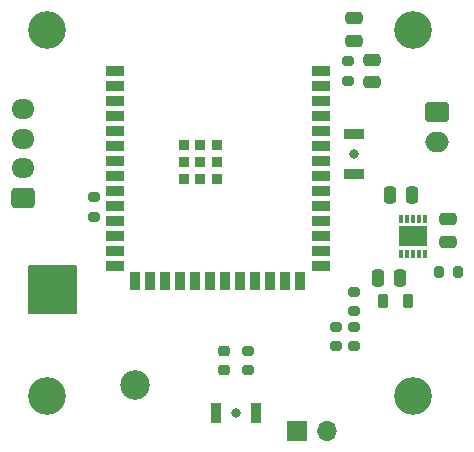
<source format=gbr>
%TF.GenerationSoftware,KiCad,Pcbnew,(6.0.5)*%
%TF.CreationDate,2022-06-02T01:51:08+02:00*%
%TF.ProjectId,Hardware,48617264-7761-4726-952e-6b696361645f,rev?*%
%TF.SameCoordinates,Original*%
%TF.FileFunction,Soldermask,Top*%
%TF.FilePolarity,Negative*%
%FSLAX46Y46*%
G04 Gerber Fmt 4.6, Leading zero omitted, Abs format (unit mm)*
G04 Created by KiCad (PCBNEW (6.0.5)) date 2022-06-02 01:51:08*
%MOMM*%
%LPD*%
G01*
G04 APERTURE LIST*
G04 Aperture macros list*
%AMRoundRect*
0 Rectangle with rounded corners*
0 $1 Rounding radius*
0 $2 $3 $4 $5 $6 $7 $8 $9 X,Y pos of 4 corners*
0 Add a 4 corners polygon primitive as box body*
4,1,4,$2,$3,$4,$5,$6,$7,$8,$9,$2,$3,0*
0 Add four circle primitives for the rounded corners*
1,1,$1+$1,$2,$3*
1,1,$1+$1,$4,$5*
1,1,$1+$1,$6,$7*
1,1,$1+$1,$8,$9*
0 Add four rect primitives between the rounded corners*
20,1,$1+$1,$2,$3,$4,$5,0*
20,1,$1+$1,$4,$5,$6,$7,0*
20,1,$1+$1,$6,$7,$8,$9,0*
20,1,$1+$1,$8,$9,$2,$3,0*%
G04 Aperture macros list end*
%ADD10C,0.200000*%
%ADD11R,1.500000X0.900000*%
%ADD12R,0.900000X1.500000*%
%ADD13R,0.900000X0.900000*%
%ADD14RoundRect,0.250000X0.475000X-0.250000X0.475000X0.250000X-0.475000X0.250000X-0.475000X-0.250000X0*%
%ADD15C,0.800000*%
%ADD16R,1.700000X0.900000*%
%ADD17R,0.300000X0.800000*%
%ADD18R,2.480000X1.750000*%
%ADD19RoundRect,0.200000X-0.275000X0.200000X-0.275000X-0.200000X0.275000X-0.200000X0.275000X0.200000X0*%
%ADD20C,3.200000*%
%ADD21RoundRect,0.218750X-0.256250X0.218750X-0.256250X-0.218750X0.256250X-0.218750X0.256250X0.218750X0*%
%ADD22RoundRect,0.250000X0.725000X-0.600000X0.725000X0.600000X-0.725000X0.600000X-0.725000X-0.600000X0*%
%ADD23O,1.950000X1.700000*%
%ADD24RoundRect,0.250000X0.250000X0.475000X-0.250000X0.475000X-0.250000X-0.475000X0.250000X-0.475000X0*%
%ADD25RoundRect,0.200000X-0.200000X-0.275000X0.200000X-0.275000X0.200000X0.275000X-0.200000X0.275000X0*%
%ADD26RoundRect,0.218750X-0.218750X-0.381250X0.218750X-0.381250X0.218750X0.381250X-0.218750X0.381250X0*%
%ADD27R,0.900000X1.700000*%
%ADD28RoundRect,0.200000X0.275000X-0.200000X0.275000X0.200000X-0.275000X0.200000X-0.275000X-0.200000X0*%
%ADD29RoundRect,0.250000X-0.250000X-0.475000X0.250000X-0.475000X0.250000X0.475000X-0.250000X0.475000X0*%
%ADD30O,2.000000X1.700000*%
%ADD31RoundRect,0.250000X-0.750000X0.600000X-0.750000X-0.600000X0.750000X-0.600000X0.750000X0.600000X0*%
%ADD32O,1.700000X1.700000*%
%ADD33R,1.700000X1.700000*%
%ADD34C,2.500000*%
G04 APERTURE END LIST*
D10*
X98500000Y-120000000D02*
X102500000Y-120000000D01*
X102500000Y-120000000D02*
X102500000Y-124000000D01*
X102500000Y-124000000D02*
X98500000Y-124000000D01*
X98500000Y-124000000D02*
X98500000Y-120000000D01*
G36*
X98500000Y-120000000D02*
G01*
X102500000Y-120000000D01*
X102500000Y-124000000D01*
X98500000Y-124000000D01*
X98500000Y-120000000D01*
G37*
D11*
%TO.C,IC1*%
X105750000Y-103490000D03*
X105750000Y-104760000D03*
X105750000Y-106030000D03*
X105750000Y-107300000D03*
X105750000Y-108570000D03*
X105750000Y-109840000D03*
X105750000Y-111110000D03*
X105750000Y-112380000D03*
X105750000Y-113650000D03*
X105750000Y-114920000D03*
X105750000Y-116190000D03*
X105750000Y-117460000D03*
X105750000Y-118730000D03*
X105750000Y-120000000D03*
D12*
X107515000Y-121250000D03*
X108785000Y-121250000D03*
X110055000Y-121250000D03*
X111325000Y-121250000D03*
X112595000Y-121250000D03*
X113865000Y-121250000D03*
X115135000Y-121250000D03*
X116405000Y-121250000D03*
X117675000Y-121250000D03*
X118945000Y-121250000D03*
X120215000Y-121250000D03*
X121485000Y-121250000D03*
D11*
X123250000Y-120000000D03*
X123250000Y-118730000D03*
X123250000Y-117460000D03*
X123250000Y-116190000D03*
X123250000Y-114920000D03*
X123250000Y-113650000D03*
X123250000Y-112380000D03*
X123250000Y-111110000D03*
X123250000Y-109840000D03*
X123250000Y-108570000D03*
X123250000Y-107300000D03*
X123250000Y-106030000D03*
X123250000Y-104760000D03*
X123250000Y-103490000D03*
D13*
X113000000Y-111210000D03*
X113000000Y-109810000D03*
X111600000Y-109810000D03*
X111600000Y-111210000D03*
X111600000Y-112610000D03*
X113000000Y-112610000D03*
X114400000Y-112610000D03*
X114400000Y-111210000D03*
X114400000Y-109810000D03*
%TD*%
D14*
%TO.C,C12*%
X127500000Y-104450000D03*
X127500000Y-102550000D03*
%TD*%
D15*
%TO.C,SW1*%
X126000000Y-110500000D03*
D16*
X126000000Y-108800000D03*
X126000000Y-112200000D03*
%TD*%
D17*
%TO.C,IC2*%
X132000000Y-116000000D03*
X131500000Y-116000000D03*
X131000000Y-116000000D03*
X130500000Y-116000000D03*
X130000000Y-116000000D03*
X130000000Y-119000000D03*
X130500000Y-119000000D03*
X131000000Y-119000000D03*
X131500000Y-119000000D03*
X132000000Y-119000000D03*
D18*
X131000000Y-117500000D03*
%TD*%
D19*
%TO.C,R10*%
X126000000Y-125175000D03*
X126000000Y-126825000D03*
%TD*%
D20*
%TO.C,H2*%
X131000000Y-100000000D03*
%TD*%
D21*
%TO.C,D1*%
X115000000Y-127212500D03*
X115000000Y-128787500D03*
%TD*%
D22*
%TO.C,J2*%
X97975000Y-114250000D03*
D23*
X97975000Y-111750000D03*
X97975000Y-109250000D03*
X97975000Y-106750000D03*
%TD*%
D19*
%TO.C,R9*%
X126000000Y-122175000D03*
X126000000Y-123825000D03*
%TD*%
D24*
%TO.C,C9*%
X129950000Y-121000000D03*
X128050000Y-121000000D03*
%TD*%
D25*
%TO.C,R3*%
X134825000Y-120500000D03*
X133175000Y-120500000D03*
%TD*%
D26*
%TO.C,L1*%
X128437500Y-123000000D03*
X130562500Y-123000000D03*
%TD*%
D14*
%TO.C,C13*%
X126000000Y-100950000D03*
X126000000Y-99050000D03*
%TD*%
D27*
%TO.C,SW2*%
X117700000Y-132500000D03*
X114300000Y-132500000D03*
D15*
X116000000Y-132500000D03*
%TD*%
D28*
%TO.C,R8*%
X104000000Y-115825000D03*
X104000000Y-114175000D03*
%TD*%
%TO.C,R6*%
X125500000Y-104325000D03*
X125500000Y-102675000D03*
%TD*%
D20*
%TO.C,H1*%
X100000000Y-100000000D03*
%TD*%
D29*
%TO.C,C2*%
X129050000Y-114000000D03*
X130950000Y-114000000D03*
%TD*%
D30*
%TO.C,J1*%
X133050000Y-109500000D03*
D31*
X133050000Y-107000000D03*
%TD*%
D28*
%TO.C,R7*%
X117000000Y-127175000D03*
X117000000Y-128825000D03*
%TD*%
D20*
%TO.C,H3*%
X100000000Y-131000000D03*
%TD*%
%TO.C,H4*%
X131000000Y-131000000D03*
%TD*%
D19*
%TO.C,R11*%
X124500000Y-125175000D03*
X124500000Y-126825000D03*
%TD*%
D32*
%TO.C,J3*%
X123765000Y-134000000D03*
D33*
X121225000Y-134000000D03*
%TD*%
D14*
%TO.C,C10*%
X134000000Y-117950000D03*
X134000000Y-116050000D03*
%TD*%
D34*
%TO.C,RV1*%
X107500000Y-130050000D03*
%TD*%
M02*

</source>
